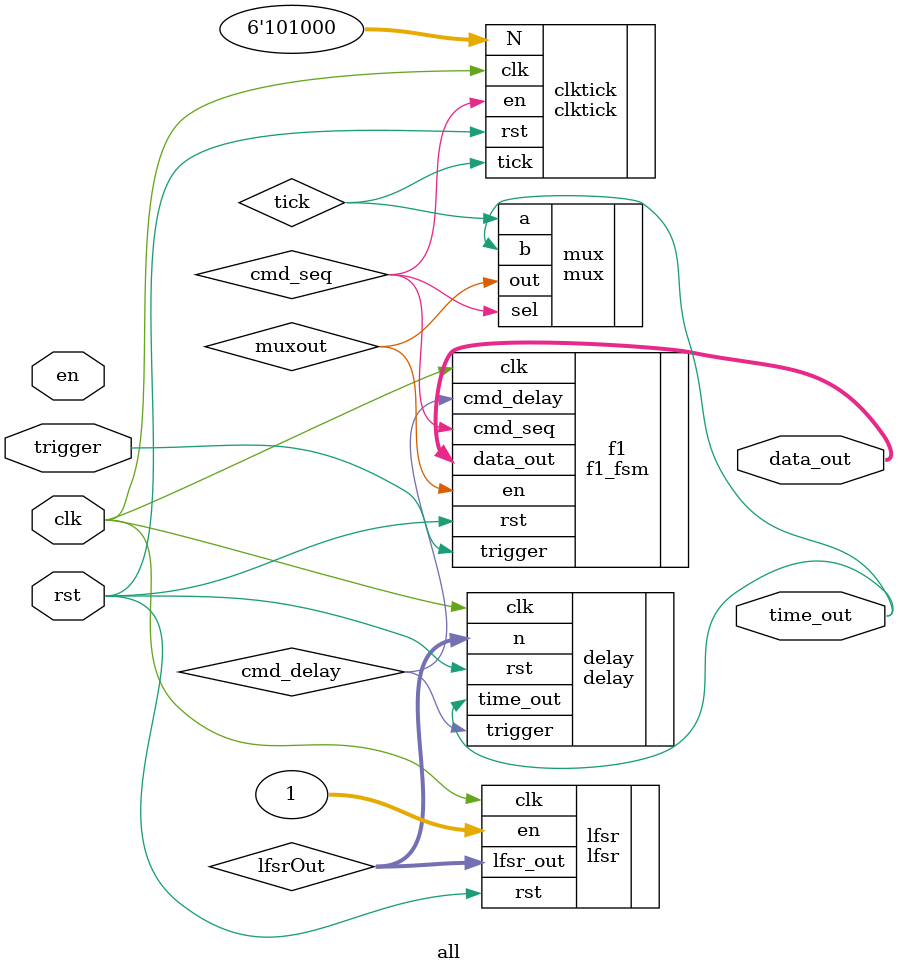
<source format=sv>
module all (
    input logic clk,
    input logic rst,
    input logic en,
    input logic trigger,
   // input logic fade,
    output logic [8:1] data_out,
   // output logic [7:1] rand_out
    output logic time_out
);
    logic tick;
    logic cmd_delay;
    logic cmd_seq;
   // logic time_out;
    logic muxout;
    logic [7:1] lfsrOut;

mux mux(
    .a(tick),
    .b(time_out),
    .sel(cmd_seq),
    .out(muxout)
);

delay delay(
    .time_out(time_out),
    .trigger(cmd_delay),
    .rst(rst),
    .clk(clk),
    .n(lfsrOut)
    
);

lfsr lfsr(
    .en(1),
    .rst(rst),
    .lfsr_out(lfsrOut),
   // .lfsr_in(1),
    .clk(clk),
  //  .rand_out(rand_out)


);


clktick clktick(
    .clk(clk),
    .en(cmd_seq),
    .rst(rst),
    .N(6'd40),
    .tick(tick)
);

f1_fsm f1(
    .clk(clk),
    .en(muxout),
    .rst(rst),
   // .fade(fade),
    .trigger(trigger),
    .data_out(data_out),
    .cmd_delay(cmd_delay),
    .cmd_seq(cmd_seq)
);
endmodule

</source>
